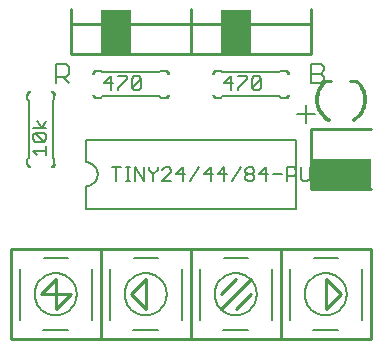
<source format=gto>
G75*
G70*
%OFA0B0*%
%FSLAX24Y24*%
%IPPOS*%
%LPD*%
%AMOC8*
5,1,8,0,0,1.08239X$1,22.5*
%
%ADD10C,0.0080*%
%ADD11C,0.0060*%
%ADD12C,0.0100*%
%ADD13R,0.1000X0.1500*%
%ADD14R,0.2000X0.1000*%
%ADD15C,0.0050*%
%ADD16C,0.0010*%
D10*
X001076Y001301D02*
X001076Y003001D01*
X001883Y003351D02*
X002676Y003351D01*
X003476Y003001D02*
X003476Y001301D01*
X004076Y001301D02*
X004076Y003001D01*
X004883Y003351D02*
X005676Y003351D01*
X006476Y003001D02*
X006476Y001301D01*
X007076Y001301D02*
X007076Y003001D01*
X007883Y003351D02*
X008676Y003351D01*
X009476Y003001D02*
X009476Y001301D01*
X010076Y001301D02*
X010076Y003001D01*
X010883Y003351D02*
X011676Y003351D01*
X012476Y003001D02*
X012476Y001301D01*
X011676Y000951D02*
X010871Y000951D01*
X010576Y002151D02*
X010578Y002203D01*
X010584Y002255D01*
X010594Y002307D01*
X010607Y002357D01*
X010624Y002407D01*
X010645Y002455D01*
X010670Y002501D01*
X010698Y002545D01*
X010729Y002587D01*
X010763Y002627D01*
X010800Y002664D01*
X010840Y002698D01*
X010882Y002729D01*
X010926Y002757D01*
X010972Y002782D01*
X011020Y002803D01*
X011070Y002820D01*
X011120Y002833D01*
X011172Y002843D01*
X011224Y002849D01*
X011276Y002851D01*
X011328Y002849D01*
X011380Y002843D01*
X011432Y002833D01*
X011482Y002820D01*
X011532Y002803D01*
X011580Y002782D01*
X011626Y002757D01*
X011670Y002729D01*
X011712Y002698D01*
X011752Y002664D01*
X011789Y002627D01*
X011823Y002587D01*
X011854Y002545D01*
X011882Y002501D01*
X011907Y002455D01*
X011928Y002407D01*
X011945Y002357D01*
X011958Y002307D01*
X011968Y002255D01*
X011974Y002203D01*
X011976Y002151D01*
X011974Y002099D01*
X011968Y002047D01*
X011958Y001995D01*
X011945Y001945D01*
X011928Y001895D01*
X011907Y001847D01*
X011882Y001801D01*
X011854Y001757D01*
X011823Y001715D01*
X011789Y001675D01*
X011752Y001638D01*
X011712Y001604D01*
X011670Y001573D01*
X011626Y001545D01*
X011580Y001520D01*
X011532Y001499D01*
X011482Y001482D01*
X011432Y001469D01*
X011380Y001459D01*
X011328Y001453D01*
X011276Y001451D01*
X011224Y001453D01*
X011172Y001459D01*
X011120Y001469D01*
X011070Y001482D01*
X011020Y001499D01*
X010972Y001520D01*
X010926Y001545D01*
X010882Y001573D01*
X010840Y001604D01*
X010800Y001638D01*
X010763Y001675D01*
X010729Y001715D01*
X010698Y001757D01*
X010670Y001801D01*
X010645Y001847D01*
X010624Y001895D01*
X010607Y001945D01*
X010594Y001995D01*
X010584Y002047D01*
X010578Y002099D01*
X010576Y002151D01*
X008676Y000951D02*
X007871Y000951D01*
X007576Y002151D02*
X007578Y002203D01*
X007584Y002255D01*
X007594Y002307D01*
X007607Y002357D01*
X007624Y002407D01*
X007645Y002455D01*
X007670Y002501D01*
X007698Y002545D01*
X007729Y002587D01*
X007763Y002627D01*
X007800Y002664D01*
X007840Y002698D01*
X007882Y002729D01*
X007926Y002757D01*
X007972Y002782D01*
X008020Y002803D01*
X008070Y002820D01*
X008120Y002833D01*
X008172Y002843D01*
X008224Y002849D01*
X008276Y002851D01*
X008328Y002849D01*
X008380Y002843D01*
X008432Y002833D01*
X008482Y002820D01*
X008532Y002803D01*
X008580Y002782D01*
X008626Y002757D01*
X008670Y002729D01*
X008712Y002698D01*
X008752Y002664D01*
X008789Y002627D01*
X008823Y002587D01*
X008854Y002545D01*
X008882Y002501D01*
X008907Y002455D01*
X008928Y002407D01*
X008945Y002357D01*
X008958Y002307D01*
X008968Y002255D01*
X008974Y002203D01*
X008976Y002151D01*
X008974Y002099D01*
X008968Y002047D01*
X008958Y001995D01*
X008945Y001945D01*
X008928Y001895D01*
X008907Y001847D01*
X008882Y001801D01*
X008854Y001757D01*
X008823Y001715D01*
X008789Y001675D01*
X008752Y001638D01*
X008712Y001604D01*
X008670Y001573D01*
X008626Y001545D01*
X008580Y001520D01*
X008532Y001499D01*
X008482Y001482D01*
X008432Y001469D01*
X008380Y001459D01*
X008328Y001453D01*
X008276Y001451D01*
X008224Y001453D01*
X008172Y001459D01*
X008120Y001469D01*
X008070Y001482D01*
X008020Y001499D01*
X007972Y001520D01*
X007926Y001545D01*
X007882Y001573D01*
X007840Y001604D01*
X007800Y001638D01*
X007763Y001675D01*
X007729Y001715D01*
X007698Y001757D01*
X007670Y001801D01*
X007645Y001847D01*
X007624Y001895D01*
X007607Y001945D01*
X007594Y001995D01*
X007584Y002047D01*
X007578Y002099D01*
X007576Y002151D01*
X005676Y000951D02*
X004871Y000951D01*
X004576Y002151D02*
X004578Y002203D01*
X004584Y002255D01*
X004594Y002307D01*
X004607Y002357D01*
X004624Y002407D01*
X004645Y002455D01*
X004670Y002501D01*
X004698Y002545D01*
X004729Y002587D01*
X004763Y002627D01*
X004800Y002664D01*
X004840Y002698D01*
X004882Y002729D01*
X004926Y002757D01*
X004972Y002782D01*
X005020Y002803D01*
X005070Y002820D01*
X005120Y002833D01*
X005172Y002843D01*
X005224Y002849D01*
X005276Y002851D01*
X005328Y002849D01*
X005380Y002843D01*
X005432Y002833D01*
X005482Y002820D01*
X005532Y002803D01*
X005580Y002782D01*
X005626Y002757D01*
X005670Y002729D01*
X005712Y002698D01*
X005752Y002664D01*
X005789Y002627D01*
X005823Y002587D01*
X005854Y002545D01*
X005882Y002501D01*
X005907Y002455D01*
X005928Y002407D01*
X005945Y002357D01*
X005958Y002307D01*
X005968Y002255D01*
X005974Y002203D01*
X005976Y002151D01*
X005974Y002099D01*
X005968Y002047D01*
X005958Y001995D01*
X005945Y001945D01*
X005928Y001895D01*
X005907Y001847D01*
X005882Y001801D01*
X005854Y001757D01*
X005823Y001715D01*
X005789Y001675D01*
X005752Y001638D01*
X005712Y001604D01*
X005670Y001573D01*
X005626Y001545D01*
X005580Y001520D01*
X005532Y001499D01*
X005482Y001482D01*
X005432Y001469D01*
X005380Y001459D01*
X005328Y001453D01*
X005276Y001451D01*
X005224Y001453D01*
X005172Y001459D01*
X005120Y001469D01*
X005070Y001482D01*
X005020Y001499D01*
X004972Y001520D01*
X004926Y001545D01*
X004882Y001573D01*
X004840Y001604D01*
X004800Y001638D01*
X004763Y001675D01*
X004729Y001715D01*
X004698Y001757D01*
X004670Y001801D01*
X004645Y001847D01*
X004624Y001895D01*
X004607Y001945D01*
X004594Y001995D01*
X004584Y002047D01*
X004578Y002099D01*
X004576Y002151D01*
X002676Y000951D02*
X001871Y000951D01*
X001576Y002151D02*
X001578Y002203D01*
X001584Y002255D01*
X001594Y002307D01*
X001607Y002357D01*
X001624Y002407D01*
X001645Y002455D01*
X001670Y002501D01*
X001698Y002545D01*
X001729Y002587D01*
X001763Y002627D01*
X001800Y002664D01*
X001840Y002698D01*
X001882Y002729D01*
X001926Y002757D01*
X001972Y002782D01*
X002020Y002803D01*
X002070Y002820D01*
X002120Y002833D01*
X002172Y002843D01*
X002224Y002849D01*
X002276Y002851D01*
X002328Y002849D01*
X002380Y002843D01*
X002432Y002833D01*
X002482Y002820D01*
X002532Y002803D01*
X002580Y002782D01*
X002626Y002757D01*
X002670Y002729D01*
X002712Y002698D01*
X002752Y002664D01*
X002789Y002627D01*
X002823Y002587D01*
X002854Y002545D01*
X002882Y002501D01*
X002907Y002455D01*
X002928Y002407D01*
X002945Y002357D01*
X002958Y002307D01*
X002968Y002255D01*
X002974Y002203D01*
X002976Y002151D01*
X002974Y002099D01*
X002968Y002047D01*
X002958Y001995D01*
X002945Y001945D01*
X002928Y001895D01*
X002907Y001847D01*
X002882Y001801D01*
X002854Y001757D01*
X002823Y001715D01*
X002789Y001675D01*
X002752Y001638D01*
X002712Y001604D01*
X002670Y001573D01*
X002626Y001545D01*
X002580Y001520D01*
X002532Y001499D01*
X002482Y001482D01*
X002432Y001469D01*
X002380Y001459D01*
X002328Y001453D01*
X002276Y001451D01*
X002224Y001453D01*
X002172Y001459D01*
X002120Y001469D01*
X002070Y001482D01*
X002020Y001499D01*
X001972Y001520D01*
X001926Y001545D01*
X001882Y001573D01*
X001840Y001604D01*
X001800Y001638D01*
X001763Y001675D01*
X001729Y001715D01*
X001698Y001757D01*
X001670Y001801D01*
X001645Y001847D01*
X001624Y001895D01*
X001607Y001945D01*
X001594Y001995D01*
X001584Y002047D01*
X001578Y002099D01*
X001576Y002151D01*
X010316Y008152D02*
X010930Y008152D01*
X010623Y008458D02*
X010623Y007845D01*
D11*
X010276Y007301D02*
X010276Y005001D01*
X003276Y005001D01*
X003276Y005751D01*
X003315Y005753D01*
X003354Y005759D01*
X003392Y005768D01*
X003429Y005781D01*
X003465Y005798D01*
X003498Y005818D01*
X003530Y005842D01*
X003559Y005868D01*
X003585Y005897D01*
X003609Y005929D01*
X003629Y005962D01*
X003646Y005998D01*
X003659Y006035D01*
X003668Y006073D01*
X003674Y006112D01*
X003676Y006151D01*
X003674Y006190D01*
X003668Y006229D01*
X003659Y006267D01*
X003646Y006304D01*
X003629Y006340D01*
X003609Y006373D01*
X003585Y006405D01*
X003559Y006434D01*
X003530Y006460D01*
X003498Y006484D01*
X003465Y006504D01*
X003429Y006521D01*
X003392Y006534D01*
X003354Y006543D01*
X003315Y006549D01*
X003276Y006551D01*
X003276Y007301D01*
X010276Y007301D01*
X009926Y008701D02*
X009776Y008701D01*
X009726Y008751D01*
X007826Y008751D01*
X007776Y008701D01*
X007626Y008701D01*
X007826Y009551D02*
X009726Y009551D01*
X009776Y009601D01*
X009926Y009601D01*
X010806Y009501D02*
X011126Y009501D01*
X011233Y009395D01*
X011233Y009288D01*
X011126Y009181D01*
X010806Y009181D01*
X010806Y009822D01*
X011126Y009822D01*
X011233Y009715D01*
X011233Y009608D01*
X011126Y009501D01*
X007826Y009551D02*
X007776Y009601D01*
X007626Y009601D01*
X005926Y009601D02*
X005776Y009601D01*
X005726Y009551D01*
X003826Y009551D01*
X003776Y009601D01*
X003626Y009601D01*
X003826Y008751D02*
X005726Y008751D01*
X005776Y008701D01*
X005926Y008701D01*
X003826Y008751D02*
X003776Y008701D01*
X003626Y008701D01*
X002733Y009181D02*
X002520Y009395D01*
X002626Y009395D02*
X002306Y009395D01*
X002306Y009181D02*
X002306Y009822D01*
X002626Y009822D01*
X002733Y009715D01*
X002733Y009501D01*
X002626Y009395D01*
X002226Y008801D02*
X002226Y008651D01*
X002176Y008601D01*
X002176Y006701D01*
X002226Y006651D01*
X002226Y006501D01*
X001376Y006701D02*
X001376Y008601D01*
X001326Y008651D01*
X001326Y008801D01*
X001376Y006701D02*
X001326Y006651D01*
X001326Y006501D01*
D12*
X000776Y000651D02*
X003776Y000651D01*
X006776Y000651D01*
X006776Y003651D01*
X009776Y003651D01*
X009776Y000651D01*
X006776Y000651D01*
X007776Y001651D02*
X008776Y002651D01*
X008276Y002651D02*
X007776Y002151D01*
X008276Y001651D02*
X008776Y002151D01*
X009776Y000651D02*
X012776Y000651D01*
X012776Y003651D01*
X009776Y003651D01*
X011276Y002651D02*
X011276Y001651D01*
X011776Y002151D01*
X011276Y002651D01*
X010776Y005651D02*
X010776Y007651D01*
X012776Y007651D01*
X012286Y009271D02*
X012106Y009271D01*
X011466Y009271D02*
X011266Y009271D01*
X010776Y010151D02*
X002776Y010151D01*
X002776Y011151D01*
X010776Y011151D01*
X010776Y010151D01*
X010776Y011151D02*
X010776Y011651D01*
X006776Y011651D02*
X006776Y010151D01*
X002776Y011151D02*
X002776Y011651D01*
X010776Y005651D02*
X012776Y005651D01*
X006776Y003651D02*
X003776Y003651D01*
X000776Y003651D01*
X000776Y000651D01*
X002276Y001651D02*
X002276Y002651D01*
X001776Y002151D01*
X002776Y002151D01*
X002276Y001651D01*
X003776Y000651D02*
X003776Y003651D01*
X005276Y002651D02*
X004776Y002151D01*
X005276Y001651D01*
X005276Y002651D01*
D13*
X004276Y010901D03*
X008276Y010901D03*
D14*
X011776Y006151D03*
D15*
X010743Y006001D02*
X010743Y006377D01*
X010443Y006377D02*
X010443Y006001D01*
X010518Y005926D01*
X010668Y005926D01*
X010743Y006001D01*
X010282Y006151D02*
X010207Y006076D01*
X009982Y006076D01*
X009982Y005926D02*
X009982Y006377D01*
X010207Y006377D01*
X010282Y006301D01*
X010282Y006151D01*
X009822Y006151D02*
X009522Y006151D01*
X009362Y006151D02*
X009061Y006151D01*
X009287Y006377D01*
X009287Y005926D01*
X008901Y006001D02*
X008826Y005926D01*
X008676Y005926D01*
X008601Y006001D01*
X008601Y006076D01*
X008676Y006151D01*
X008826Y006151D01*
X008901Y006076D01*
X008901Y006001D01*
X008826Y006151D02*
X008901Y006226D01*
X008901Y006301D01*
X008826Y006377D01*
X008676Y006377D01*
X008601Y006301D01*
X008601Y006226D01*
X008676Y006151D01*
X008441Y006377D02*
X008141Y005926D01*
X007906Y005926D02*
X007906Y006377D01*
X007680Y006151D01*
X007981Y006151D01*
X007520Y006151D02*
X007220Y006151D01*
X007445Y006377D01*
X007445Y005926D01*
X007060Y006377D02*
X006760Y005926D01*
X006600Y006151D02*
X006299Y006151D01*
X006525Y006377D01*
X006525Y005926D01*
X006139Y005926D02*
X005839Y005926D01*
X006139Y006226D01*
X006139Y006301D01*
X006064Y006377D01*
X005914Y006377D01*
X005839Y006301D01*
X005679Y006301D02*
X005679Y006377D01*
X005679Y006301D02*
X005529Y006151D01*
X005529Y005926D01*
X005529Y006151D02*
X005379Y006301D01*
X005379Y006377D01*
X005219Y006377D02*
X005219Y005926D01*
X004918Y006377D01*
X004918Y005926D01*
X004762Y005926D02*
X004611Y005926D01*
X004686Y005926D02*
X004686Y006377D01*
X004611Y006377D02*
X004762Y006377D01*
X004451Y006377D02*
X004151Y006377D01*
X004301Y006377D02*
X004301Y005926D01*
X001971Y006776D02*
X001971Y007076D01*
X001971Y006926D02*
X001521Y006926D01*
X001671Y006776D01*
X001596Y007237D02*
X001521Y007312D01*
X001521Y007462D01*
X001596Y007537D01*
X001896Y007237D01*
X001971Y007312D01*
X001971Y007462D01*
X001896Y007537D01*
X001596Y007537D01*
X001521Y007697D02*
X001971Y007697D01*
X001821Y007697D02*
X001671Y007922D01*
X001821Y007697D02*
X001971Y007922D01*
X001896Y007237D02*
X001596Y007237D01*
X003901Y009181D02*
X004201Y009181D01*
X004126Y008956D02*
X004126Y009407D01*
X003901Y009181D01*
X004361Y009031D02*
X004361Y008956D01*
X004361Y009031D02*
X004662Y009331D01*
X004662Y009407D01*
X004361Y009407D01*
X004822Y009331D02*
X004822Y009031D01*
X005122Y009331D01*
X005122Y009031D01*
X005047Y008956D01*
X004897Y008956D01*
X004822Y009031D01*
X004822Y009331D02*
X004897Y009407D01*
X005047Y009407D01*
X005122Y009331D01*
X007901Y009181D02*
X008201Y009181D01*
X008126Y008956D02*
X008126Y009407D01*
X007901Y009181D01*
X008361Y009031D02*
X008361Y008956D01*
X008361Y009031D02*
X008662Y009331D01*
X008662Y009407D01*
X008361Y009407D01*
X008822Y009331D02*
X008822Y009031D01*
X009122Y009331D01*
X009122Y009031D01*
X009047Y008956D01*
X008897Y008956D01*
X008822Y009031D01*
X008822Y009331D02*
X008897Y009407D01*
X009047Y009407D01*
X009122Y009331D01*
D16*
X010050Y009505D02*
X010000Y009505D01*
X010001Y009506D02*
X009998Y009521D01*
X009993Y009535D01*
X009984Y009548D01*
X009973Y009559D01*
X009960Y009568D01*
X009946Y009573D01*
X009931Y009576D01*
X009930Y009625D01*
X009931Y009626D01*
X009952Y009623D01*
X009971Y009617D01*
X009990Y009608D01*
X010007Y009596D01*
X010021Y009582D01*
X010033Y009565D01*
X010042Y009546D01*
X010048Y009527D01*
X010051Y009506D01*
X010042Y009506D01*
X010039Y009525D01*
X010034Y009543D01*
X010026Y009560D01*
X010015Y009576D01*
X010001Y009590D01*
X009985Y009601D01*
X009968Y009609D01*
X009950Y009614D01*
X009931Y009617D01*
X009931Y009608D01*
X009951Y009605D01*
X009969Y009599D01*
X009986Y009589D01*
X010002Y009577D01*
X010014Y009561D01*
X010024Y009544D01*
X010030Y009526D01*
X010033Y009506D01*
X010024Y009506D01*
X010021Y009524D01*
X010016Y009541D01*
X010007Y009556D01*
X009995Y009570D01*
X009981Y009582D01*
X009966Y009591D01*
X009949Y009596D01*
X009931Y009599D01*
X009931Y009590D01*
X009949Y009587D01*
X009967Y009580D01*
X009982Y009570D01*
X009995Y009557D01*
X010005Y009542D01*
X010012Y009524D01*
X010015Y009506D01*
X010006Y009506D01*
X010003Y009522D01*
X009997Y009538D01*
X009988Y009551D01*
X009976Y009563D01*
X009963Y009572D01*
X009947Y009578D01*
X009931Y009581D01*
X009930Y008677D02*
X009930Y008727D01*
X009931Y008726D02*
X009946Y008729D01*
X009960Y008734D01*
X009973Y008743D01*
X009984Y008754D01*
X009993Y008767D01*
X009998Y008781D01*
X010001Y008796D01*
X010050Y008797D01*
X010051Y008796D01*
X010048Y008775D01*
X010042Y008756D01*
X010033Y008737D01*
X010021Y008720D01*
X010007Y008706D01*
X009990Y008694D01*
X009971Y008685D01*
X009952Y008679D01*
X009931Y008676D01*
X009931Y008685D01*
X009950Y008688D01*
X009968Y008693D01*
X009985Y008701D01*
X010001Y008712D01*
X010015Y008726D01*
X010026Y008742D01*
X010034Y008759D01*
X010039Y008777D01*
X010042Y008796D01*
X010033Y008796D01*
X010030Y008776D01*
X010024Y008758D01*
X010014Y008741D01*
X010002Y008725D01*
X009986Y008713D01*
X009969Y008703D01*
X009951Y008697D01*
X009931Y008694D01*
X009931Y008703D01*
X009949Y008706D01*
X009966Y008711D01*
X009981Y008720D01*
X009995Y008732D01*
X010007Y008746D01*
X010016Y008761D01*
X010021Y008778D01*
X010024Y008796D01*
X010015Y008796D01*
X010012Y008778D01*
X010005Y008760D01*
X009995Y008745D01*
X009982Y008732D01*
X009967Y008722D01*
X009949Y008715D01*
X009931Y008712D01*
X009931Y008721D01*
X009947Y008724D01*
X009963Y008730D01*
X009976Y008739D01*
X009988Y008751D01*
X009997Y008764D01*
X010003Y008780D01*
X010006Y008796D01*
X012199Y007920D02*
X012154Y007998D01*
X012155Y007998D02*
X012199Y008026D01*
X012241Y008057D01*
X012281Y008090D01*
X012319Y008126D01*
X012354Y008165D01*
X012386Y008206D01*
X012416Y008250D01*
X012442Y008295D01*
X012465Y008342D01*
X012485Y008390D01*
X012501Y008440D01*
X012514Y008490D01*
X012523Y008542D01*
X012529Y008594D01*
X012531Y008646D01*
X012620Y008647D01*
X012621Y008646D01*
X012619Y008591D01*
X012613Y008537D01*
X012604Y008482D01*
X012591Y008429D01*
X012575Y008377D01*
X012556Y008325D01*
X012533Y008275D01*
X012507Y008227D01*
X012478Y008180D01*
X012446Y008136D01*
X012411Y008093D01*
X012373Y008053D01*
X012333Y008016D01*
X012291Y007981D01*
X012246Y007949D01*
X012200Y007920D01*
X012195Y007928D01*
X012241Y007956D01*
X012285Y007988D01*
X012327Y008023D01*
X012367Y008060D01*
X012404Y008099D01*
X012439Y008141D01*
X012470Y008185D01*
X012499Y008231D01*
X012525Y008279D01*
X012547Y008329D01*
X012567Y008379D01*
X012583Y008431D01*
X012595Y008484D01*
X012604Y008538D01*
X012610Y008592D01*
X012612Y008646D01*
X012603Y008646D01*
X012601Y008592D01*
X012595Y008539D01*
X012586Y008486D01*
X012574Y008434D01*
X012558Y008382D01*
X012539Y008332D01*
X012517Y008283D01*
X012491Y008236D01*
X012463Y008190D01*
X012431Y008147D01*
X012397Y008105D01*
X012361Y008066D01*
X012321Y008029D01*
X012280Y007995D01*
X012236Y007964D01*
X012191Y007935D01*
X012186Y007943D01*
X012234Y007973D01*
X012280Y008007D01*
X012323Y008043D01*
X012364Y008083D01*
X012402Y008125D01*
X012437Y008169D01*
X012469Y008216D01*
X012497Y008265D01*
X012522Y008316D01*
X012544Y008369D01*
X012561Y008422D01*
X012575Y008477D01*
X012585Y008533D01*
X012592Y008589D01*
X012594Y008646D01*
X012585Y008646D01*
X012583Y008590D01*
X012577Y008534D01*
X012567Y008479D01*
X012553Y008425D01*
X012535Y008372D01*
X012514Y008320D01*
X012489Y008269D01*
X012461Y008221D01*
X012430Y008175D01*
X012395Y008130D01*
X012358Y008089D01*
X012317Y008050D01*
X012275Y008014D01*
X012229Y007981D01*
X012182Y007951D01*
X012177Y007959D01*
X012224Y007988D01*
X012269Y008021D01*
X012311Y008057D01*
X012351Y008095D01*
X012388Y008136D01*
X012423Y008180D01*
X012454Y008226D01*
X012481Y008274D01*
X012506Y008323D01*
X012527Y008375D01*
X012544Y008427D01*
X012558Y008481D01*
X012568Y008536D01*
X012574Y008591D01*
X012576Y008646D01*
X012567Y008646D01*
X012565Y008591D01*
X012559Y008537D01*
X012549Y008483D01*
X012535Y008430D01*
X012518Y008378D01*
X012498Y008327D01*
X012473Y008278D01*
X012446Y008231D01*
X012415Y008185D01*
X012382Y008142D01*
X012345Y008101D01*
X012305Y008063D01*
X012263Y008028D01*
X012219Y007996D01*
X012173Y007967D01*
X012168Y007975D01*
X012214Y008003D01*
X012258Y008035D01*
X012299Y008070D01*
X012338Y008108D01*
X012375Y008148D01*
X012408Y008190D01*
X012438Y008235D01*
X012466Y008282D01*
X012489Y008331D01*
X012510Y008381D01*
X012527Y008432D01*
X012540Y008485D01*
X012550Y008538D01*
X012556Y008592D01*
X012558Y008646D01*
X012549Y008646D01*
X012547Y008593D01*
X012541Y008539D01*
X012531Y008487D01*
X012518Y008435D01*
X012501Y008384D01*
X012481Y008334D01*
X012458Y008286D01*
X012431Y008240D01*
X012401Y008196D01*
X012368Y008154D01*
X012332Y008114D01*
X012293Y008077D01*
X012252Y008042D01*
X012209Y008011D01*
X012164Y007982D01*
X012159Y007990D01*
X012204Y008018D01*
X012247Y008049D01*
X012287Y008083D01*
X012325Y008120D01*
X012361Y008159D01*
X012393Y008201D01*
X012423Y008245D01*
X012450Y008291D01*
X012473Y008338D01*
X012493Y008387D01*
X012510Y008437D01*
X012523Y008489D01*
X012532Y008541D01*
X012538Y008593D01*
X012540Y008646D01*
X012620Y008655D02*
X012530Y008655D01*
X012531Y008656D02*
X012529Y008710D01*
X012523Y008763D01*
X012513Y008816D01*
X012499Y008868D01*
X012482Y008919D01*
X012461Y008969D01*
X012437Y009017D01*
X012409Y009063D01*
X012378Y009107D01*
X012344Y009148D01*
X012307Y009188D01*
X012268Y009224D01*
X012325Y009292D01*
X012326Y009293D01*
X012367Y009255D01*
X012405Y009215D01*
X012441Y009172D01*
X012474Y009127D01*
X012504Y009080D01*
X012530Y009032D01*
X012554Y008981D01*
X012574Y008929D01*
X012590Y008876D01*
X012604Y008822D01*
X012613Y008767D01*
X012619Y008712D01*
X012621Y008656D01*
X012612Y008656D01*
X012610Y008711D01*
X012604Y008766D01*
X012595Y008820D01*
X012582Y008874D01*
X012565Y008926D01*
X012546Y008978D01*
X012522Y009028D01*
X012496Y009076D01*
X012466Y009122D01*
X012434Y009167D01*
X012399Y009209D01*
X012360Y009249D01*
X012320Y009286D01*
X012314Y009279D01*
X012354Y009242D01*
X012392Y009203D01*
X012427Y009161D01*
X012459Y009117D01*
X012488Y009071D01*
X012514Y009023D01*
X012537Y008974D01*
X012557Y008923D01*
X012573Y008871D01*
X012586Y008818D01*
X012595Y008765D01*
X012601Y008710D01*
X012603Y008656D01*
X012594Y008656D01*
X012592Y008710D01*
X012586Y008763D01*
X012577Y008816D01*
X012564Y008869D01*
X012548Y008920D01*
X012529Y008971D01*
X012506Y009019D01*
X012481Y009067D01*
X012452Y009112D01*
X012420Y009156D01*
X012385Y009197D01*
X012348Y009236D01*
X012308Y009272D01*
X012302Y009265D01*
X012342Y009229D01*
X012379Y009191D01*
X012413Y009150D01*
X012444Y009107D01*
X012473Y009062D01*
X012498Y009015D01*
X012521Y008967D01*
X012540Y008917D01*
X012556Y008866D01*
X012568Y008815D01*
X012577Y008762D01*
X012583Y008709D01*
X012585Y008656D01*
X012576Y008656D01*
X012574Y008709D01*
X012568Y008761D01*
X012559Y008813D01*
X012547Y008864D01*
X012531Y008914D01*
X012512Y008964D01*
X012490Y009011D01*
X012465Y009058D01*
X012437Y009102D01*
X012406Y009144D01*
X012372Y009185D01*
X012335Y009223D01*
X012297Y009258D01*
X012291Y009252D01*
X012329Y009216D01*
X012365Y009179D01*
X012399Y009139D01*
X012429Y009097D01*
X012457Y009053D01*
X012482Y009007D01*
X012504Y008960D01*
X012523Y008911D01*
X012538Y008862D01*
X012551Y008811D01*
X012559Y008760D01*
X012565Y008708D01*
X012567Y008656D01*
X012558Y008656D01*
X012556Y008712D01*
X012549Y008767D01*
X012539Y008822D01*
X012525Y008876D01*
X012507Y008929D01*
X012485Y008980D01*
X012460Y009030D01*
X012431Y009078D01*
X012399Y009123D01*
X012364Y009166D01*
X012326Y009207D01*
X012285Y009245D01*
X012279Y009238D01*
X012320Y009201D01*
X012357Y009160D01*
X012392Y009118D01*
X012424Y009073D01*
X012452Y009025D01*
X012477Y008976D01*
X012499Y008925D01*
X012516Y008873D01*
X012530Y008820D01*
X012540Y008766D01*
X012547Y008711D01*
X012549Y008656D01*
X012540Y008656D01*
X012538Y008710D01*
X012532Y008765D01*
X012522Y008818D01*
X012508Y008871D01*
X012490Y008922D01*
X012469Y008972D01*
X012444Y009021D01*
X012416Y009068D01*
X012385Y009112D01*
X012351Y009154D01*
X012313Y009194D01*
X012273Y009231D01*
X010932Y008646D02*
X011022Y008646D01*
X011021Y008646D02*
X011023Y008592D01*
X011029Y008539D01*
X011039Y008486D01*
X011053Y008434D01*
X011070Y008383D01*
X011091Y008334D01*
X011115Y008286D01*
X011143Y008240D01*
X011174Y008196D01*
X011208Y008154D01*
X011244Y008115D01*
X011284Y008078D01*
X011326Y008045D01*
X011370Y008014D01*
X011416Y007987D01*
X011374Y007908D01*
X011325Y007936D01*
X011279Y007968D01*
X011234Y008003D01*
X011192Y008040D01*
X011153Y008081D01*
X011116Y008124D01*
X011082Y008169D01*
X011051Y008216D01*
X011024Y008266D01*
X011000Y008317D01*
X010979Y008369D01*
X010962Y008423D01*
X010949Y008478D01*
X010939Y008533D01*
X010933Y008590D01*
X010931Y008646D01*
X010940Y008646D01*
X010942Y008590D01*
X010948Y008535D01*
X010958Y008480D01*
X010971Y008425D01*
X010988Y008372D01*
X011008Y008320D01*
X011032Y008270D01*
X011059Y008221D01*
X011089Y008174D01*
X011123Y008129D01*
X011159Y008087D01*
X011198Y008047D01*
X011240Y008010D01*
X011284Y007975D01*
X011330Y007944D01*
X011378Y007916D01*
X011382Y007924D01*
X011335Y007952D01*
X011289Y007983D01*
X011246Y008017D01*
X011204Y008053D01*
X011166Y008093D01*
X011130Y008135D01*
X011097Y008179D01*
X011067Y008225D01*
X011040Y008274D01*
X011017Y008324D01*
X010996Y008375D01*
X010980Y008428D01*
X010967Y008481D01*
X010957Y008536D01*
X010951Y008591D01*
X010949Y008646D01*
X010958Y008646D01*
X010960Y008591D01*
X010966Y008537D01*
X010975Y008483D01*
X010988Y008430D01*
X011005Y008378D01*
X011025Y008327D01*
X011048Y008278D01*
X011075Y008230D01*
X011104Y008184D01*
X011137Y008140D01*
X011172Y008099D01*
X011211Y008060D01*
X011251Y008023D01*
X011294Y007990D01*
X011340Y007959D01*
X011387Y007932D01*
X011391Y007940D01*
X011344Y007967D01*
X011300Y007997D01*
X011257Y008030D01*
X011217Y008066D01*
X011179Y008105D01*
X011144Y008146D01*
X011112Y008189D01*
X011082Y008235D01*
X011056Y008282D01*
X011033Y008331D01*
X011013Y008381D01*
X010997Y008433D01*
X010984Y008485D01*
X010975Y008538D01*
X010969Y008592D01*
X010967Y008646D01*
X010976Y008646D01*
X010978Y008593D01*
X010984Y008539D01*
X010993Y008487D01*
X011006Y008435D01*
X011022Y008384D01*
X011041Y008334D01*
X011064Y008286D01*
X011090Y008239D01*
X011119Y008195D01*
X011151Y008152D01*
X011186Y008111D01*
X011223Y008073D01*
X011263Y008037D01*
X011305Y008004D01*
X011349Y007974D01*
X011395Y007947D01*
X011399Y007955D01*
X011354Y007982D01*
X011310Y008012D01*
X011269Y008044D01*
X011229Y008079D01*
X011192Y008117D01*
X011158Y008157D01*
X011126Y008200D01*
X011098Y008244D01*
X011072Y008290D01*
X011050Y008338D01*
X011030Y008387D01*
X011014Y008437D01*
X011002Y008489D01*
X010993Y008541D01*
X010987Y008593D01*
X010985Y008646D01*
X010994Y008646D01*
X010996Y008590D01*
X011003Y008535D01*
X011013Y008480D01*
X011027Y008426D01*
X011045Y008374D01*
X011066Y008322D01*
X011092Y008273D01*
X011120Y008225D01*
X011152Y008179D01*
X011187Y008136D01*
X011225Y008096D01*
X011266Y008058D01*
X011310Y008023D01*
X011356Y007992D01*
X011404Y007963D01*
X011408Y007971D01*
X011360Y007999D01*
X011315Y008030D01*
X011272Y008065D01*
X011232Y008102D01*
X011194Y008142D01*
X011159Y008185D01*
X011128Y008230D01*
X011099Y008277D01*
X011075Y008326D01*
X011053Y008377D01*
X011036Y008429D01*
X011022Y008482D01*
X011012Y008536D01*
X011005Y008591D01*
X011003Y008646D01*
X011012Y008646D01*
X011014Y008592D01*
X011020Y008538D01*
X011030Y008484D01*
X011044Y008432D01*
X011062Y008380D01*
X011083Y008330D01*
X011107Y008281D01*
X011135Y008235D01*
X011167Y008190D01*
X011201Y008148D01*
X011238Y008109D01*
X011278Y008072D01*
X011320Y008038D01*
X011365Y008007D01*
X011412Y007979D01*
X011232Y009296D02*
X011289Y009227D01*
X011289Y009228D02*
X011249Y009191D01*
X011211Y009152D01*
X011177Y009110D01*
X011145Y009066D01*
X011117Y009020D01*
X011092Y008971D01*
X011071Y008921D01*
X011053Y008870D01*
X011040Y008817D01*
X011030Y008764D01*
X011023Y008710D01*
X011021Y008656D01*
X010932Y008655D01*
X010931Y008656D01*
X010933Y008712D01*
X010939Y008768D01*
X010949Y008823D01*
X010962Y008878D01*
X010979Y008931D01*
X010999Y008984D01*
X011023Y009035D01*
X011050Y009084D01*
X011081Y009131D01*
X011114Y009176D01*
X011150Y009219D01*
X011189Y009259D01*
X011231Y009297D01*
X011237Y009290D01*
X011196Y009253D01*
X011157Y009213D01*
X011121Y009171D01*
X011088Y009126D01*
X011058Y009079D01*
X011031Y009031D01*
X011008Y008980D01*
X010987Y008928D01*
X010971Y008875D01*
X010958Y008821D01*
X010948Y008767D01*
X010942Y008712D01*
X010940Y008656D01*
X010949Y008656D01*
X010951Y008711D01*
X010957Y008766D01*
X010966Y008820D01*
X010979Y008873D01*
X010996Y008925D01*
X011016Y008977D01*
X011039Y009026D01*
X011066Y009075D01*
X011095Y009121D01*
X011128Y009165D01*
X011164Y009207D01*
X011202Y009246D01*
X011243Y009283D01*
X011248Y009276D01*
X011208Y009240D01*
X011170Y009201D01*
X011135Y009159D01*
X011103Y009116D01*
X011073Y009070D01*
X011047Y009022D01*
X011024Y008973D01*
X011004Y008923D01*
X010988Y008871D01*
X010975Y008818D01*
X010966Y008764D01*
X010960Y008710D01*
X010958Y008656D01*
X010967Y008656D01*
X010969Y008710D01*
X010975Y008763D01*
X010984Y008816D01*
X010997Y008868D01*
X011013Y008920D01*
X011032Y008970D01*
X011055Y009018D01*
X011081Y009065D01*
X011110Y009111D01*
X011142Y009154D01*
X011177Y009195D01*
X011214Y009233D01*
X011254Y009269D01*
X011260Y009262D01*
X011221Y009227D01*
X011184Y009189D01*
X011149Y009148D01*
X011118Y009105D01*
X011089Y009061D01*
X011063Y009014D01*
X011041Y008966D01*
X011021Y008917D01*
X011005Y008866D01*
X010993Y008814D01*
X010984Y008762D01*
X010978Y008709D01*
X010976Y008656D01*
X010985Y008656D01*
X010987Y008708D01*
X010993Y008761D01*
X011002Y008812D01*
X011014Y008863D01*
X011030Y008914D01*
X011049Y008963D01*
X011071Y009010D01*
X011097Y009056D01*
X011125Y009100D01*
X011156Y009142D01*
X011190Y009183D01*
X011227Y009220D01*
X011266Y009255D01*
X011272Y009249D01*
X011233Y009214D01*
X011197Y009176D01*
X011163Y009137D01*
X011132Y009095D01*
X011104Y009051D01*
X011079Y009006D01*
X011057Y008959D01*
X011038Y008911D01*
X011023Y008861D01*
X011010Y008811D01*
X011002Y008760D01*
X010996Y008708D01*
X010994Y008656D01*
X011003Y008656D01*
X011005Y008707D01*
X011010Y008758D01*
X011019Y008809D01*
X011031Y008859D01*
X011047Y008908D01*
X011065Y008955D01*
X011087Y009002D01*
X011112Y009047D01*
X011140Y009090D01*
X011170Y009131D01*
X011203Y009170D01*
X011239Y009207D01*
X011277Y009242D01*
X011283Y009235D01*
X011242Y009198D01*
X011204Y009158D01*
X011170Y009116D01*
X011138Y009071D01*
X011109Y009024D01*
X011084Y008975D01*
X011063Y008924D01*
X011045Y008873D01*
X011031Y008819D01*
X011021Y008765D01*
X011014Y008711D01*
X011012Y008656D01*
X007502Y008797D02*
X007552Y008797D01*
X007551Y008796D02*
X007554Y008781D01*
X007559Y008767D01*
X007568Y008754D01*
X007579Y008743D01*
X007592Y008734D01*
X007606Y008729D01*
X007621Y008726D01*
X007622Y008677D01*
X007621Y008676D01*
X007600Y008679D01*
X007581Y008685D01*
X007562Y008694D01*
X007545Y008706D01*
X007531Y008720D01*
X007519Y008737D01*
X007510Y008756D01*
X007504Y008775D01*
X007501Y008796D01*
X007510Y008796D01*
X007513Y008777D01*
X007518Y008759D01*
X007526Y008742D01*
X007537Y008726D01*
X007551Y008712D01*
X007567Y008701D01*
X007584Y008693D01*
X007602Y008688D01*
X007621Y008685D01*
X007621Y008694D01*
X007601Y008697D01*
X007583Y008703D01*
X007566Y008713D01*
X007550Y008725D01*
X007538Y008741D01*
X007528Y008758D01*
X007522Y008776D01*
X007519Y008796D01*
X007528Y008796D01*
X007531Y008778D01*
X007536Y008761D01*
X007545Y008746D01*
X007557Y008732D01*
X007571Y008720D01*
X007586Y008711D01*
X007603Y008706D01*
X007621Y008703D01*
X007621Y008712D01*
X007603Y008715D01*
X007585Y008722D01*
X007570Y008732D01*
X007557Y008745D01*
X007547Y008760D01*
X007540Y008778D01*
X007537Y008796D01*
X007546Y008796D01*
X007549Y008780D01*
X007555Y008764D01*
X007564Y008751D01*
X007576Y008739D01*
X007589Y008730D01*
X007605Y008724D01*
X007621Y008721D01*
X007622Y009625D02*
X007622Y009575D01*
X007621Y009576D02*
X007606Y009573D01*
X007592Y009568D01*
X007579Y009559D01*
X007568Y009548D01*
X007559Y009535D01*
X007554Y009521D01*
X007551Y009506D01*
X007502Y009505D01*
X007501Y009506D01*
X007504Y009527D01*
X007510Y009546D01*
X007519Y009565D01*
X007531Y009582D01*
X007545Y009596D01*
X007562Y009608D01*
X007581Y009617D01*
X007600Y009623D01*
X007621Y009626D01*
X007621Y009617D01*
X007602Y009614D01*
X007584Y009609D01*
X007567Y009601D01*
X007551Y009590D01*
X007537Y009576D01*
X007526Y009560D01*
X007518Y009543D01*
X007513Y009525D01*
X007510Y009506D01*
X007519Y009506D01*
X007522Y009526D01*
X007528Y009544D01*
X007538Y009561D01*
X007550Y009577D01*
X007566Y009589D01*
X007583Y009599D01*
X007601Y009605D01*
X007621Y009608D01*
X007621Y009599D01*
X007603Y009596D01*
X007586Y009591D01*
X007571Y009582D01*
X007557Y009570D01*
X007545Y009556D01*
X007536Y009541D01*
X007531Y009524D01*
X007528Y009506D01*
X007537Y009506D01*
X007540Y009524D01*
X007547Y009542D01*
X007557Y009557D01*
X007570Y009570D01*
X007585Y009580D01*
X007603Y009587D01*
X007621Y009590D01*
X007621Y009581D01*
X007605Y009578D01*
X007589Y009572D01*
X007576Y009563D01*
X007564Y009551D01*
X007555Y009538D01*
X007549Y009522D01*
X007546Y009506D01*
X006050Y009505D02*
X006000Y009505D01*
X006001Y009506D02*
X005998Y009521D01*
X005993Y009535D01*
X005984Y009548D01*
X005973Y009559D01*
X005960Y009568D01*
X005946Y009573D01*
X005931Y009576D01*
X005930Y009625D01*
X005931Y009626D01*
X005952Y009623D01*
X005971Y009617D01*
X005990Y009608D01*
X006007Y009596D01*
X006021Y009582D01*
X006033Y009565D01*
X006042Y009546D01*
X006048Y009527D01*
X006051Y009506D01*
X006042Y009506D01*
X006039Y009525D01*
X006034Y009543D01*
X006026Y009560D01*
X006015Y009576D01*
X006001Y009590D01*
X005985Y009601D01*
X005968Y009609D01*
X005950Y009614D01*
X005931Y009617D01*
X005931Y009608D01*
X005951Y009605D01*
X005969Y009599D01*
X005986Y009589D01*
X006002Y009577D01*
X006014Y009561D01*
X006024Y009544D01*
X006030Y009526D01*
X006033Y009506D01*
X006024Y009506D01*
X006021Y009524D01*
X006016Y009541D01*
X006007Y009556D01*
X005995Y009570D01*
X005981Y009582D01*
X005966Y009591D01*
X005949Y009596D01*
X005931Y009599D01*
X005931Y009590D01*
X005949Y009587D01*
X005967Y009580D01*
X005982Y009570D01*
X005995Y009557D01*
X006005Y009542D01*
X006012Y009524D01*
X006015Y009506D01*
X006006Y009506D01*
X006003Y009522D01*
X005997Y009538D01*
X005988Y009551D01*
X005976Y009563D01*
X005963Y009572D01*
X005947Y009578D01*
X005931Y009581D01*
X005930Y008677D02*
X005930Y008727D01*
X005931Y008726D02*
X005946Y008729D01*
X005960Y008734D01*
X005973Y008743D01*
X005984Y008754D01*
X005993Y008767D01*
X005998Y008781D01*
X006001Y008796D01*
X006050Y008797D01*
X006051Y008796D01*
X006048Y008775D01*
X006042Y008756D01*
X006033Y008737D01*
X006021Y008720D01*
X006007Y008706D01*
X005990Y008694D01*
X005971Y008685D01*
X005952Y008679D01*
X005931Y008676D01*
X005931Y008685D01*
X005950Y008688D01*
X005968Y008693D01*
X005985Y008701D01*
X006001Y008712D01*
X006015Y008726D01*
X006026Y008742D01*
X006034Y008759D01*
X006039Y008777D01*
X006042Y008796D01*
X006033Y008796D01*
X006030Y008776D01*
X006024Y008758D01*
X006014Y008741D01*
X006002Y008725D01*
X005986Y008713D01*
X005969Y008703D01*
X005951Y008697D01*
X005931Y008694D01*
X005931Y008703D01*
X005949Y008706D01*
X005966Y008711D01*
X005981Y008720D01*
X005995Y008732D01*
X006007Y008746D01*
X006016Y008761D01*
X006021Y008778D01*
X006024Y008796D01*
X006015Y008796D01*
X006012Y008778D01*
X006005Y008760D01*
X005995Y008745D01*
X005982Y008732D01*
X005967Y008722D01*
X005949Y008715D01*
X005931Y008712D01*
X005931Y008721D01*
X005947Y008724D01*
X005963Y008730D01*
X005976Y008739D01*
X005988Y008751D01*
X005997Y008764D01*
X006003Y008780D01*
X006006Y008796D01*
X003502Y008797D02*
X003552Y008797D01*
X003551Y008796D02*
X003554Y008781D01*
X003559Y008767D01*
X003568Y008754D01*
X003579Y008743D01*
X003592Y008734D01*
X003606Y008729D01*
X003621Y008726D01*
X003622Y008677D01*
X003621Y008676D01*
X003600Y008679D01*
X003581Y008685D01*
X003562Y008694D01*
X003545Y008706D01*
X003531Y008720D01*
X003519Y008737D01*
X003510Y008756D01*
X003504Y008775D01*
X003501Y008796D01*
X003510Y008796D01*
X003513Y008777D01*
X003518Y008759D01*
X003526Y008742D01*
X003537Y008726D01*
X003551Y008712D01*
X003567Y008701D01*
X003584Y008693D01*
X003602Y008688D01*
X003621Y008685D01*
X003621Y008694D01*
X003601Y008697D01*
X003583Y008703D01*
X003566Y008713D01*
X003550Y008725D01*
X003538Y008741D01*
X003528Y008758D01*
X003522Y008776D01*
X003519Y008796D01*
X003528Y008796D01*
X003531Y008778D01*
X003536Y008761D01*
X003545Y008746D01*
X003557Y008732D01*
X003571Y008720D01*
X003586Y008711D01*
X003603Y008706D01*
X003621Y008703D01*
X003621Y008712D01*
X003603Y008715D01*
X003585Y008722D01*
X003570Y008732D01*
X003557Y008745D01*
X003547Y008760D01*
X003540Y008778D01*
X003537Y008796D01*
X003546Y008796D01*
X003549Y008780D01*
X003555Y008764D01*
X003564Y008751D01*
X003576Y008739D01*
X003589Y008730D01*
X003605Y008724D01*
X003621Y008721D01*
X003622Y009625D02*
X003622Y009575D01*
X003621Y009576D02*
X003606Y009573D01*
X003592Y009568D01*
X003579Y009559D01*
X003568Y009548D01*
X003559Y009535D01*
X003554Y009521D01*
X003551Y009506D01*
X003502Y009505D01*
X003501Y009506D01*
X003504Y009527D01*
X003510Y009546D01*
X003519Y009565D01*
X003531Y009582D01*
X003545Y009596D01*
X003562Y009608D01*
X003581Y009617D01*
X003600Y009623D01*
X003621Y009626D01*
X003621Y009617D01*
X003602Y009614D01*
X003584Y009609D01*
X003567Y009601D01*
X003551Y009590D01*
X003537Y009576D01*
X003526Y009560D01*
X003518Y009543D01*
X003513Y009525D01*
X003510Y009506D01*
X003519Y009506D01*
X003522Y009526D01*
X003528Y009544D01*
X003538Y009561D01*
X003550Y009577D01*
X003566Y009589D01*
X003583Y009599D01*
X003601Y009605D01*
X003621Y009608D01*
X003621Y009599D01*
X003603Y009596D01*
X003586Y009591D01*
X003571Y009582D01*
X003557Y009570D01*
X003545Y009556D01*
X003536Y009541D01*
X003531Y009524D01*
X003528Y009506D01*
X003537Y009506D01*
X003540Y009524D01*
X003547Y009542D01*
X003557Y009557D01*
X003570Y009570D01*
X003585Y009580D01*
X003603Y009587D01*
X003621Y009590D01*
X003621Y009581D01*
X003605Y009578D01*
X003589Y009572D01*
X003576Y009563D01*
X003564Y009551D01*
X003555Y009538D01*
X003549Y009522D01*
X003546Y009506D01*
X002250Y008805D02*
X002200Y008805D01*
X002201Y008806D02*
X002198Y008821D01*
X002193Y008835D01*
X002184Y008848D01*
X002173Y008859D01*
X002160Y008868D01*
X002146Y008873D01*
X002131Y008876D01*
X002130Y008925D01*
X002131Y008926D01*
X002152Y008923D01*
X002171Y008917D01*
X002190Y008908D01*
X002207Y008896D01*
X002221Y008882D01*
X002233Y008865D01*
X002242Y008846D01*
X002248Y008827D01*
X002251Y008806D01*
X002242Y008806D01*
X002239Y008825D01*
X002234Y008843D01*
X002226Y008860D01*
X002215Y008876D01*
X002201Y008890D01*
X002185Y008901D01*
X002168Y008909D01*
X002150Y008914D01*
X002131Y008917D01*
X002131Y008908D01*
X002151Y008905D01*
X002169Y008899D01*
X002186Y008889D01*
X002202Y008877D01*
X002214Y008861D01*
X002224Y008844D01*
X002230Y008826D01*
X002233Y008806D01*
X002224Y008806D01*
X002221Y008824D01*
X002216Y008841D01*
X002207Y008856D01*
X002195Y008870D01*
X002181Y008882D01*
X002166Y008891D01*
X002149Y008896D01*
X002131Y008899D01*
X002131Y008890D01*
X002149Y008887D01*
X002167Y008880D01*
X002182Y008870D01*
X002195Y008857D01*
X002205Y008842D01*
X002212Y008824D01*
X002215Y008806D01*
X002206Y008806D01*
X002203Y008822D01*
X002197Y008838D01*
X002188Y008851D01*
X002176Y008863D01*
X002163Y008872D01*
X002147Y008878D01*
X002131Y008881D01*
X001422Y008925D02*
X001422Y008875D01*
X001421Y008876D02*
X001406Y008873D01*
X001392Y008868D01*
X001379Y008859D01*
X001368Y008848D01*
X001359Y008835D01*
X001354Y008821D01*
X001351Y008806D01*
X001302Y008805D01*
X001301Y008806D01*
X001304Y008827D01*
X001310Y008846D01*
X001319Y008865D01*
X001331Y008882D01*
X001345Y008896D01*
X001362Y008908D01*
X001381Y008917D01*
X001400Y008923D01*
X001421Y008926D01*
X001421Y008917D01*
X001402Y008914D01*
X001384Y008909D01*
X001367Y008901D01*
X001351Y008890D01*
X001337Y008876D01*
X001326Y008860D01*
X001318Y008843D01*
X001313Y008825D01*
X001310Y008806D01*
X001319Y008806D01*
X001322Y008826D01*
X001328Y008844D01*
X001338Y008861D01*
X001350Y008877D01*
X001366Y008889D01*
X001383Y008899D01*
X001401Y008905D01*
X001421Y008908D01*
X001421Y008899D01*
X001403Y008896D01*
X001386Y008891D01*
X001371Y008882D01*
X001357Y008870D01*
X001345Y008856D01*
X001336Y008841D01*
X001331Y008824D01*
X001328Y008806D01*
X001337Y008806D01*
X001340Y008824D01*
X001347Y008842D01*
X001357Y008857D01*
X001370Y008870D01*
X001385Y008880D01*
X001403Y008887D01*
X001421Y008890D01*
X001421Y008881D01*
X001405Y008878D01*
X001389Y008872D01*
X001376Y008863D01*
X001364Y008851D01*
X001355Y008838D01*
X001349Y008822D01*
X001346Y008806D01*
X001302Y006497D02*
X001352Y006497D01*
X001351Y006496D02*
X001354Y006481D01*
X001359Y006467D01*
X001368Y006454D01*
X001379Y006443D01*
X001392Y006434D01*
X001406Y006429D01*
X001421Y006426D01*
X001422Y006377D01*
X001421Y006376D01*
X001400Y006379D01*
X001381Y006385D01*
X001362Y006394D01*
X001345Y006406D01*
X001331Y006420D01*
X001319Y006437D01*
X001310Y006456D01*
X001304Y006475D01*
X001301Y006496D01*
X001310Y006496D01*
X001313Y006477D01*
X001318Y006459D01*
X001326Y006442D01*
X001337Y006426D01*
X001351Y006412D01*
X001367Y006401D01*
X001384Y006393D01*
X001402Y006388D01*
X001421Y006385D01*
X001421Y006394D01*
X001401Y006397D01*
X001383Y006403D01*
X001366Y006413D01*
X001350Y006425D01*
X001338Y006441D01*
X001328Y006458D01*
X001322Y006476D01*
X001319Y006496D01*
X001328Y006496D01*
X001331Y006478D01*
X001336Y006461D01*
X001345Y006446D01*
X001357Y006432D01*
X001371Y006420D01*
X001386Y006411D01*
X001403Y006406D01*
X001421Y006403D01*
X001421Y006412D01*
X001403Y006415D01*
X001385Y006422D01*
X001370Y006432D01*
X001357Y006445D01*
X001347Y006460D01*
X001340Y006478D01*
X001337Y006496D01*
X001346Y006496D01*
X001349Y006480D01*
X001355Y006464D01*
X001364Y006451D01*
X001376Y006439D01*
X001389Y006430D01*
X001405Y006424D01*
X001421Y006421D01*
X002130Y006377D02*
X002130Y006427D01*
X002131Y006426D02*
X002146Y006429D01*
X002160Y006434D01*
X002173Y006443D01*
X002184Y006454D01*
X002193Y006467D01*
X002198Y006481D01*
X002201Y006496D01*
X002250Y006497D01*
X002251Y006496D01*
X002248Y006475D01*
X002242Y006456D01*
X002233Y006437D01*
X002221Y006420D01*
X002207Y006406D01*
X002190Y006394D01*
X002171Y006385D01*
X002152Y006379D01*
X002131Y006376D01*
X002131Y006385D01*
X002150Y006388D01*
X002168Y006393D01*
X002185Y006401D01*
X002201Y006412D01*
X002215Y006426D01*
X002226Y006442D01*
X002234Y006459D01*
X002239Y006477D01*
X002242Y006496D01*
X002233Y006496D01*
X002230Y006476D01*
X002224Y006458D01*
X002214Y006441D01*
X002202Y006425D01*
X002186Y006413D01*
X002169Y006403D01*
X002151Y006397D01*
X002131Y006394D01*
X002131Y006403D01*
X002149Y006406D01*
X002166Y006411D01*
X002181Y006420D01*
X002195Y006432D01*
X002207Y006446D01*
X002216Y006461D01*
X002221Y006478D01*
X002224Y006496D01*
X002215Y006496D01*
X002212Y006478D01*
X002205Y006460D01*
X002195Y006445D01*
X002182Y006432D01*
X002167Y006422D01*
X002149Y006415D01*
X002131Y006412D01*
X002131Y006421D01*
X002147Y006424D01*
X002163Y006430D01*
X002176Y006439D01*
X002188Y006451D01*
X002197Y006464D01*
X002203Y006480D01*
X002206Y006496D01*
M02*

</source>
